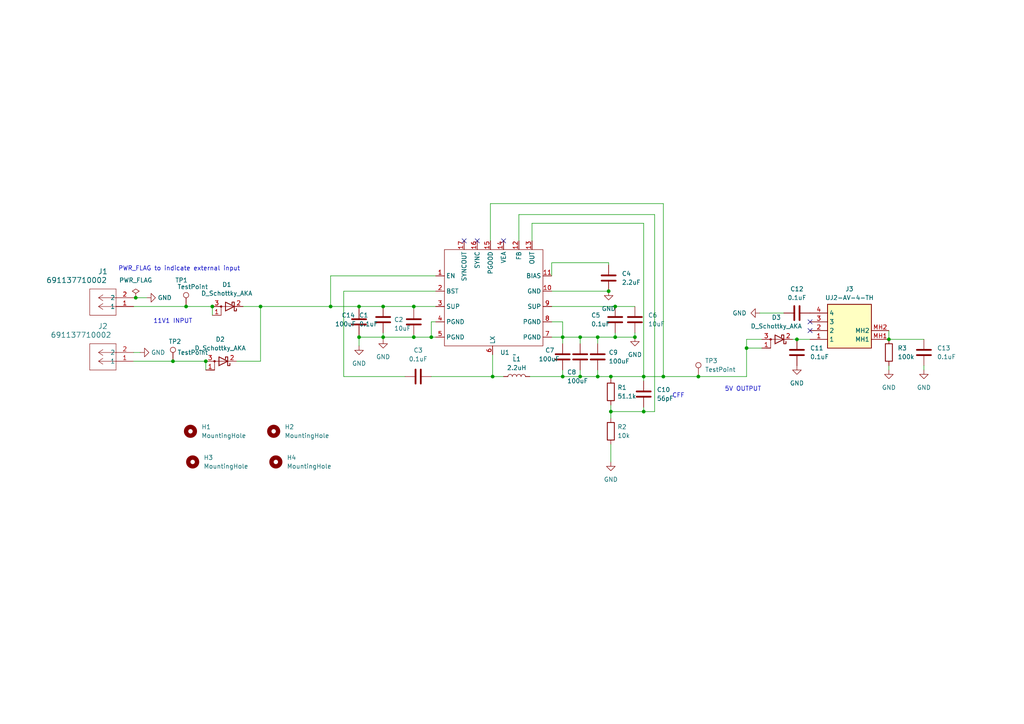
<source format=kicad_sch>
(kicad_sch (version 20230121) (generator eeschema)
  (paper "A4")
  (lib_symbols
    (symbol "Connector:TestPoint" (pin_numbers hide) (pin_names (offset 0.762) hide)
      (property "Reference" "TP" (at 0 6.858 0))
      (property "Value" "TestPoint" (at 0 5.08 0))
      (symbol "TestPoint_0_1"
        (circle (center 0 3.302) (radius 0.762))
      )
      (symbol "TestPoint_1_1"
        (pin passive line (at 0 0 90) (length 2.54) (name "1") (number "1"))
      )
    )
    (symbol "Device:C" (pin_numbers hide) (pin_names (offset 0.254))
      (property "Reference" "C" (at 0.635 2.54 0))
      (property "Value" "C" (at 0.635 -2.54 0))
      (symbol "C_0_1"
        (polyline (pts (xy -2.032 -0.762) (xy 2.032 -0.762)) (stroke (width 0.508)))
        (polyline (pts (xy -2.032 0.762) (xy 2.032 0.762)) (stroke (width 0.508)))
      )
      (symbol "C_1_1"
        (pin passive line (at 0 3.81 270) (length 2.794) (name "~") (number "1"))
        (pin passive line (at 0 -3.81 90) (length 2.794) (name "~") (number "2"))
      )
    )
    (symbol "Device:D_Schottky_AKA" (pin_names (offset 0) hide)
      (property "Reference" "D" (at 0 2.54 0))
      (property "Value" "D_Schottky_AKA" (at 0 -2.54 0))
      (symbol "D_Schottky_AKA_0_1"
        (polyline (pts (xy 1.27 1.27) (xy 1.27 -1.27) (xy -1.27 0) (xy 1.27 1.27)) (stroke (width 0.254)))
        (polyline (pts (xy 3.81 2.54) (xy 2.54 2.54) (xy 2.54 0) (xy -1.27 0)))
        (polyline (pts (xy -1.905 0.635) (xy -1.905 1.27) (xy -1.27 1.27) (xy -1.27 -1.27) (xy -0.635 -1.27) (xy -0.635 -0.635)) (stroke (width 0.254)))
        (circle (center 2.54 0) (radius 0.254) (fill (type outline)))
      )
      (symbol "D_Schottky_AKA_1_1"
        (pin passive line (at 5.08 2.54 180) (length 2.54) (name "A") (number "1"))
        (pin passive line (at -3.81 0 0) (length 2.54) (name "K") (number "2"))
        (pin passive line (at 5.08 0 180) (length 2.54) (name "A") (number "3"))
      )
    )
    (symbol "Device:L" (pin_numbers hide) (pin_names (offset 1.016) hide)
      (property "Reference" "L" (at -1.27 0 90))
      (property "Value" "L" (at 1.905 0 90))
      (symbol "L_0_1"
        (arc (start 0 -2.54) (mid 0.6323 -1.905) (end 0 -1.27))
        (arc (start 0 -1.27) (mid 0.6323 -0.635) (end 0 0))
        (arc (start 0 0) (mid 0.6323 0.635) (end 0 1.27))
        (arc (start 0 1.27) (mid 0.6323 1.905) (end 0 2.54))
      )
      (symbol "L_1_1"
        (pin passive line (at 0 3.81 270) (length 1.27) (name "1") (number "1"))
        (pin passive line (at 0 -3.81 90) (length 1.27) (name "2") (number "2"))
      )
    )
    (symbol "Device:R" (pin_numbers hide) (pin_names (offset 0))
      (property "Reference" "R" (at 2.032 0 90))
      (property "Value" "R" (at 0 0 90))
      (symbol "R_0_1"
        (rectangle (start -1.016 -2.54) (end 1.016 2.54) (stroke (width 0.254)))
      )
      (symbol "R_1_1"
        (pin passive line (at 0 3.81 270) (length 1.27) (name "~") (number "1"))
        (pin passive line (at 0 -3.81 90) (length 1.27) (name "~") (number "2"))
      )
    )
    (symbol "Mechanical:MountingHole" (pin_names (offset 1.016))
      (property "Reference" "H" (at 0 5.08 0))
      (property "Value" "MountingHole" (at 0 3.175 0))
      (symbol "MountingHole_0_1"
        (circle (center 0 0) (radius 1.27) (stroke (width 1.27)))
      )
    )
    (symbol "buck_lib:691137710002" (pin_names (offset 0.254))
      (property "Reference" "J" (at 8.89 6.35 0))
      (property "Value" "691137710002" (at 0 0 0))
      (symbol "691137710002_0_1"
        (polyline (pts (xy 5.08 -5.08) (xy 12.7 -5.08)) (stroke (width 0.127)))
        (polyline (pts (xy 5.08 2.54) (xy 5.08 -5.08)) (stroke (width 0.127)))
        (polyline (pts (xy 10.16 -2.54) (xy 5.08 -2.54)) (stroke (width 0.127)))
        (polyline (pts (xy 10.16 -2.54) (xy 8.89 -3.3867)) (stroke (width 0.127)))
        (polyline (pts (xy 10.16 -2.54) (xy 8.89 -1.6933)) (stroke (width 0.127)))
        (polyline (pts (xy 10.16 0) (xy 5.08 0)) (stroke (width 0.127)))
        (polyline (pts (xy 10.16 0) (xy 8.89 -0.8467)) (stroke (width 0.127)))
        (polyline (pts (xy 10.16 0) (xy 8.89 0.8467)) (stroke (width 0.127)))
        (polyline (pts (xy 12.7 -5.08) (xy 12.7 2.54)) (stroke (width 0.127)))
        (polyline (pts (xy 12.7 2.54) (xy 5.08 2.54)) (stroke (width 0.127)))
        (pin unspecified line (at 0 0 0) (length 5.08) (name "1") (number "1"))
        (pin unspecified line (at 0 -2.54 0) (length 5.08) (name "2") (number "2"))
      )
    )
    (symbol "buck_lib:MAX42408"
      (property "Reference" "U1" (at 0.9241 -1.905 0))
      (property "Value" "~" (at 5.08 -2.54 0))
      (symbol "MAX42408_0_1"
        (rectangle (start -15.24 27.94) (end 13.335 0))
      )
      (symbol "MAX42408_1_1"
        (pin input line (at -17.78 20.32 0) (length 2.54) (name "EN") (number "1"))
        (pin input line (at 15.875 15.875 180) (length 2.54) (name "GND") (number "10"))
        (pin output line (at 15.875 20.32 180) (length 2.54) (name "BIAS") (number "11"))
        (pin input line (at 6.35 30.48 270) (length 2.54) (name "FB") (number "12"))
        (pin output line (at 10.16 30.48 270) (length 2.54) (name "OUT") (number "13"))
        (pin bidirectional line (at 1.905 30.48 270) (length 2.54) (name "VEA") (number "14"))
        (pin bidirectional line (at -1.905 30.48 270) (length 2.54) (name "PGOOD") (number "15"))
        (pin input line (at -5.715 30.48 270) (length 2.54) (name "SYNC") (number "16"))
        (pin output line (at -9.525 30.48 270) (length 2.54) (name "SYNCOUT") (number "17"))
        (pin input line (at -17.78 15.875 0) (length 2.54) (name "BST") (number "2"))
        (pin input line (at -17.78 11.43 0) (length 2.54) (name "SUP") (number "3"))
        (pin input line (at -17.78 6.985 0) (length 2.54) (name "PGND") (number "4"))
        (pin input line (at -17.78 2.54 0) (length 2.54) (name "PGND") (number "5"))
        (pin input line (at -1.27 -2.54 90) (length 2.54) (name "LX") (number "6"))
        (pin input line (at 15.875 2.54 180) (length 2.54) (name "PGND") (number "7"))
        (pin input line (at 15.875 6.985 180) (length 2.54) (name "PGND") (number "8"))
        (pin input line (at 15.875 11.43 180) (length 2.54) (name "SUP") (number "9"))
      )
    )
    (symbol "buck_lib:UJ2-AV-4-TH"
      (property "Reference" "J" (at 19.05 7.62 0))
      (property "Value" "UJ2-AV-4-TH" (at 19.05 5.08 0))
      (symbol "UJ2-AV-4-TH_1_1"
        (rectangle (start 5.08 2.54) (end 17.78 -10.16) (stroke (width 0.254)) (fill (type background)))
        (pin passive line (at 22.86 0 180) (length 5.08) (name "1") (number "1"))
        (pin passive line (at 22.86 -2.54 180) (length 5.08) (name "2") (number "2"))
        (pin passive line (at 22.86 -5.08 180) (length 5.08) (name "3") (number "3"))
        (pin passive line (at 22.86 -7.62 180) (length 5.08) (name "4") (number "4"))
        (pin passive line (at 0 0 0) (length 5.08) (name "MH1") (number "MH1"))
        (pin passive line (at 0 -2.54 0) (length 5.08) (name "MH2") (number "MH2"))
      )
    )
    (symbol "power:GND" (power) (pin_names (offset 0))
      (property "Value" "GND" (at 0 -3.81 0))
      (symbol "GND_0_1"
        (polyline (pts (xy 0 0) (xy 0 -1.27) (xy 1.27 -1.27) (xy 0 -2.54) (xy -1.27 -1.27) (xy 0 -1.27)))
      )
      (symbol "GND_1_1"
        (pin power_in line (at 0 0 270) (length 0) hide (name "GND") (number "1"))
      )
    )
    (symbol "power:PWR_FLAG" (power) (pin_numbers hide) (pin_names (offset 0) hide)
      (property "Value" "PWR_FLAG" (at 0 3.81 0))
      (symbol "PWR_FLAG_0_0"
        (pin power_out line (at 0 0 90) (length 0) (name "pwr") (number "1"))
      )
      (symbol "PWR_FLAG_0_1"
        (polyline (pts (xy 0 0) (xy 0 1.27) (xy -1.016 1.905) (xy 0 2.54) (xy 1.016 1.905) (xy 0 1.27)))
      )
    )
  )
  (junction (at 178.435 88.9))
  (junction (at 177.165 119.38))
  (junction (at 176.53 84.455))
  (junction (at 173.355 109.22))
  (junction (at 111.125 97.79))
  (junction (at 168.275 97.79))
  (junction (at 177.165 109.22))
  (junction (at 173.355 97.79))
  (junction (at 75.565 88.9))
  (junction (at 50.165 104.775))
  (junction (at 111.125 88.9))
  (junction (at 95.885 88.9))
  (junction (at 186.69 119.38))
  (junction (at 186.69 109.22))
  (junction (at 163.195 97.79))
  (junction (at 163.195 109.22))
  (junction (at 120.015 88.9))
  (junction (at 142.875 109.22))
  (junction (at 216.535 100.965))
  (junction (at 104.14 97.79))
  (junction (at 120.015 97.79))
  (junction (at 104.14 88.9))
  (junction (at 192.405 109.22))
  (junction (at 168.275 109.22))
  (junction (at 39.37 86.36))
  (junction (at 178.435 97.79))
  (junction (at 59.69 104.775))
  (junction (at 61.595 88.9))
  (junction (at 202.565 109.22))
  (junction (at 184.15 97.79))
  (junction (at 125.095 97.79))
  (junction (at 231.14 98.425))
  (junction (at 257.81 98.425))
  (junction (at 53.975 88.9))
  (no_connect (at 234.95 95.885))
  (no_connect (at 138.43 69.85))
  (no_connect (at 234.95 93.345))
  (no_connect (at 146.05 69.85))
  (no_connect (at 134.62 69.85))
  (wire (pts (xy 160.02 88.9) (xy 178.435 88.9)))
  (wire (pts (xy 61.595 91.44) (xy 61.595 88.9)))
  (wire (pts (xy 168.275 109.22) (xy 173.355 109.22)))
  (wire (pts (xy 173.355 97.79) (xy 173.355 99.695)))
  (wire (pts (xy 104.14 100.33) (xy 104.14 97.79)))
  (wire (pts (xy 173.355 109.22) (xy 177.165 109.22)))
  (wire (pts (xy 120.015 97.155) (xy 120.015 97.79)))
  (wire (pts (xy 104.14 88.9) (xy 111.125 88.9)))
  (wire (pts (xy 177.165 119.38) (xy 186.69 119.38)))
  (wire (pts (xy 163.195 93.345) (xy 163.195 97.79)))
  (wire (pts (xy 126.365 97.79) (xy 125.095 97.79)))
  (wire (pts (xy 177.165 109.855) (xy 177.165 109.22)))
  (wire (pts (xy 59.69 104.775) (xy 59.69 107.315)))
  (wire (pts (xy 178.435 96.52) (xy 178.435 97.79)))
  (wire (pts (xy 146.05 109.22) (xy 142.875 109.22)))
  (wire (pts (xy 38.735 86.36) (xy 39.37 86.36)))
  (wire (pts (xy 189.865 62.23) (xy 189.865 119.38)))
  (wire (pts (xy 111.125 88.9) (xy 120.015 88.9)))
  (wire (pts (xy 163.195 107.315) (xy 163.195 109.22)))
  (wire (pts (xy 216.535 98.425) (xy 216.535 100.965)))
  (wire (pts (xy 186.69 118.11) (xy 186.69 119.38)))
  (wire (pts (xy 257.81 98.425) (xy 267.97 98.425)))
  (wire (pts (xy 163.195 97.79) (xy 168.275 97.79)))
  (wire (pts (xy 38.735 104.775) (xy 50.165 104.775)))
  (wire (pts (xy 120.015 88.9) (xy 126.365 88.9)))
  (wire (pts (xy 229.87 98.425) (xy 231.14 98.425)))
  (wire (pts (xy 160.02 93.345) (xy 163.195 93.345)))
  (wire (pts (xy 216.535 100.965) (xy 216.535 109.22)))
  (wire (pts (xy 154.305 64.77) (xy 154.305 69.85)))
  (wire (pts (xy 160.02 97.79) (xy 163.195 97.79)))
  (wire (pts (xy 68.58 104.775) (xy 75.565 104.775)))
  (wire (pts (xy 126.365 84.455) (xy 99.695 84.455)))
  (wire (pts (xy 177.165 119.38) (xy 177.165 121.285)))
  (wire (pts (xy 95.885 80.01) (xy 95.885 88.9)))
  (wire (pts (xy 95.885 80.01) (xy 126.365 80.01)))
  (wire (pts (xy 257.81 106.045) (xy 257.81 107.315)))
  (wire (pts (xy 216.535 100.965) (xy 220.98 100.965)))
  (wire (pts (xy 142.24 59.055) (xy 192.405 59.055)))
  (wire (pts (xy 168.275 97.79) (xy 173.355 97.79)))
  (wire (pts (xy 173.355 107.315) (xy 173.355 109.22)))
  (wire (pts (xy 160.02 80.01) (xy 160.02 76.2)))
  (wire (pts (xy 220.345 90.805) (xy 227.33 90.805)))
  (wire (pts (xy 216.535 98.425) (xy 220.98 98.425)))
  (wire (pts (xy 186.69 119.38) (xy 189.865 119.38)))
  (wire (pts (xy 186.69 109.22) (xy 192.405 109.22)))
  (wire (pts (xy 178.435 88.9) (xy 184.15 88.9)))
  (wire (pts (xy 160.02 84.455) (xy 176.53 84.455)))
  (wire (pts (xy 184.15 96.52) (xy 184.15 97.79)))
  (wire (pts (xy 104.14 89.535) (xy 104.14 88.9)))
  (wire (pts (xy 257.81 95.885) (xy 257.81 98.425)))
  (wire (pts (xy 186.69 64.77) (xy 154.305 64.77)))
  (wire (pts (xy 104.14 97.79) (xy 111.125 97.79)))
  (wire (pts (xy 160.02 76.2) (xy 176.53 76.2)))
  (wire (pts (xy 176.53 76.2) (xy 176.53 76.835)))
  (wire (pts (xy 111.125 96.52) (xy 111.125 97.79)))
  (wire (pts (xy 99.695 84.455) (xy 99.695 109.22)))
  (wire (pts (xy 192.405 59.055) (xy 192.405 109.22)))
  (wire (pts (xy 126.365 93.345) (xy 125.095 93.345)))
  (wire (pts (xy 192.405 109.22) (xy 202.565 109.22)))
  (wire (pts (xy 267.97 106.045) (xy 267.97 107.315)))
  (wire (pts (xy 39.37 86.36) (xy 42.545 86.36)))
  (wire (pts (xy 168.275 97.79) (xy 168.275 99.695)))
  (wire (pts (xy 125.095 109.22) (xy 142.875 109.22)))
  (wire (pts (xy 50.165 104.775) (xy 59.69 104.775)))
  (wire (pts (xy 38.735 102.235) (xy 40.64 102.235)))
  (wire (pts (xy 38.735 88.9) (xy 53.975 88.9)))
  (wire (pts (xy 178.435 97.79) (xy 184.15 97.79)))
  (wire (pts (xy 75.565 104.775) (xy 75.565 88.9)))
  (wire (pts (xy 186.69 109.22) (xy 186.69 110.49)))
  (wire (pts (xy 186.69 109.22) (xy 186.69 64.77)))
  (wire (pts (xy 120.015 97.79) (xy 111.125 97.79)))
  (wire (pts (xy 150.495 62.23) (xy 189.865 62.23)))
  (wire (pts (xy 104.14 97.79) (xy 104.14 97.155)))
  (wire (pts (xy 111.125 97.79) (xy 111.125 98.425)))
  (wire (pts (xy 75.565 88.9) (xy 95.885 88.9)))
  (wire (pts (xy 125.095 97.79) (xy 120.015 97.79)))
  (wire (pts (xy 168.275 107.315) (xy 168.275 109.22)))
  (wire (pts (xy 202.565 109.22) (xy 216.535 109.22)))
  (wire (pts (xy 153.67 109.22) (xy 163.195 109.22)))
  (wire (pts (xy 70.485 88.9) (xy 75.565 88.9)))
  (wire (pts (xy 173.355 97.79) (xy 178.435 97.79)))
  (wire (pts (xy 177.165 128.905) (xy 177.165 133.985)))
  (wire (pts (xy 163.195 109.22) (xy 168.275 109.22)))
  (wire (pts (xy 142.875 102.87) (xy 142.875 109.22)))
  (wire (pts (xy 99.695 109.22) (xy 117.475 109.22)))
  (wire (pts (xy 53.975 88.9) (xy 61.595 88.9)))
  (wire (pts (xy 163.195 99.695) (xy 163.195 97.79)))
  (wire (pts (xy 125.095 93.345) (xy 125.095 97.79)))
  (wire (pts (xy 120.015 89.535) (xy 120.015 88.9)))
  (wire (pts (xy 231.14 98.425) (xy 234.95 98.425)))
  (wire (pts (xy 95.885 88.9) (xy 104.14 88.9)))
  (wire (pts (xy 142.24 69.85) (xy 142.24 59.055)))
  (wire (pts (xy 177.165 109.22) (xy 186.69 109.22)))
  (wire (pts (xy 177.165 117.475) (xy 177.165 119.38)))
  (wire (pts (xy 150.495 62.23) (xy 150.495 69.85)))
  (text "5V OUTPUT" (at 210.185 113.665 0) (effects (font (size 1.27 1.27)) (justify left bottom)))
  (text "CFF" (at 194.945 115.57 0) (effects (font (size 1.27 1.27)) (justify left bottom)))
  (text "PWR_FLAG to indicate external input" (at 34.29 78.74 0) (effects (font (size 1.27 1.27)) (justify left bottom)))
  (text "11V1 INPUT" (at 44.45 93.98 0) (effects (font (size 1.27 1.27)) (justify left bottom)))
  (symbol (lib_id "power:GND") (at 104.14 100.33 0) (unit 1)
    (property "Reference" "#PWR011" (effects hide))
    (property "Value" "GND" (at 104.14 105.41 0))
  )
  (symbol (lib_id "Device:C") (at 231.14 102.235 0) (unit 1)
    (property "Reference" "C11" (at 234.95 100.965 0) (effects (justify left)))
    (property "Value" "0.1uF" (at 234.95 103.505 0) (effects (justify left)))
    (property "Footprint" "Capacitor_SMD:C_0603_1608Metric" (effects hide))
  )
  (symbol (lib_id "Device:C") (at 163.195 103.505 0) (unit 1)
    (property "Reference" "C7" (at 158.115 101.6 0) (effects (justify left)))
    (property "Value" "100uF" (at 156.21 104.14 0) (effects (justify left)))
    (property "Footprint" "Capacitor_SMD:C_1206_3216Metric" (effects hide))
  )
  (symbol (lib_id "Device:C") (at 104.14 93.345 0) (unit 1)
    (property "Reference" "C14" (at 99.06 91.44 0) (effects (justify left)))
    (property "Value" "100uF" (at 97.155 93.98 0) (effects (justify left)))
    (property "Footprint" "Capacitor_SMD:C_1206_3216Metric" (effects hide))
  )
  (symbol (lib_id "Device:R") (at 257.81 102.235 0) (unit 1)
    (property "Reference" "R3" (at 260.35 100.965 0) (effects (justify left)))
    (property "Value" "100k" (at 260.35 103.505 0) (effects (justify left)))
    (property "Footprint" "Resistor_SMD:R_0603_1608Metric" (effects hide))
  )
  (symbol (lib_id "power:GND") (at 257.81 107.315 0) (unit 1)
    (property "Reference" "#PWR07" (effects hide))
    (property "Value" "GND" (at 257.81 112.395 0))
  )
  (symbol (lib_id "Mechanical:MountingHole") (at 55.245 125.095 0) (unit 1)
    (property "Reference" "H1" (at 58.42 123.825 0) (effects (justify left)))
    (property "Value" "MountingHole" (at 58.42 126.365 0) (effects (justify left)))
    (property "Footprint" "MountingHole:MountingHole_2.2mm_M2" (effects hide))
  )
  (symbol (lib_id "Connector:TestPoint") (at 53.975 88.9 0) (unit 1)
    (property "Reference" "TP1" (at 50.8 81.28 0) (effects (justify left)))
    (property "Value" "TestPoint" (at 51.435 83.185 0) (effects (justify left)))
    (property "Footprint" "TestPoint:TestPoint_Pad_D1.0mm" (effects hide))
  )
  (symbol (lib_id "buck_lib:UJ2-AV-4-TH") (at 257.81 98.425 180) (unit 1)
    (property "Reference" "J3" (at 246.38 83.82 0))
    (property "Value" "UJ2-AV-4-TH" (at 246.38 86.36 0))
    (property "Footprint" "buck_lib:UJ2AV4TH" (effects hide))
    (property "Datasheet" "https://www.arrow.com/en/products/uj2-av-4-th/cui-devices" (effects hide))
    (property "Height" "15.2" (effects hide))
    (property "Mouser Part Number" "490-UJ2-AV-4-TH" (effects hide))
    (property "Mouser Price/Stock" "https://www.mouser.co.uk/ProductDetail/CUI-Devices/UJ2-AV-4-TH?qs=5mqXD9RfOg3q5Jwh%252Bg0lUQ%3D%3D" (effects hide))
    (property "Manufacturer_Name" "CUI Devices" (effects hide))
    (property "Manufacturer_Part_Number" "UJ2-AV-4-TH" (effects hide))
  )
  (symbol (lib_id "Connector:TestPoint") (at 50.165 104.775 0) (unit 1)
    (property "Reference" "TP2" (at 48.895 99.06 0) (effects (justify left)))
    (property "Value" "TestPoint" (at 51.435 102.235 0) (effects (justify left)))
    (property "Footprint" "TestPoint:TestPoint_Pad_D1.0mm" (effects hide))
  )
  (symbol (lib_id "power:PWR_FLAG") (at 39.37 86.36 0) (unit 1)
    (property "Reference" "#FLG01" (effects hide))
    (property "Value" "PWR_FLAG" (at 39.37 81.28 0))
  )
  (symbol (lib_id "Device:C") (at 111.125 92.71 0) (unit 1)
    (property "Reference" "C1" (at 104.14 91.44 0) (effects (justify left)))
    (property "Value" "0.1uF" (at 104.14 93.98 0) (effects (justify left)))
    (property "Footprint" "Capacitor_SMD:C_0603_1608Metric" (effects hide))
  )
  (symbol (lib_id "Device:R") (at 177.165 125.095 0) (unit 1)
    (property "Reference" "R2" (at 179.07 123.825 0) (effects (justify left)))
    (property "Value" "10k" (at 179.07 126.365 0) (effects (justify left)))
    (property "Footprint" "Resistor_SMD:R_0603_1608Metric" (effects hide))
  )
  (symbol (lib_id "Device:C") (at 186.69 114.3 0) (unit 1)
    (property "Reference" "C10" (at 190.5 113.03 0) (effects (justify left)))
    (property "Value" "56pF" (at 190.5 115.57 0) (effects (justify left)))
    (property "Footprint" "Capacitor_SMD:C_0201_0603Metric" (effects hide))
  )
  (symbol (lib_id "Device:D_Schottky_AKA") (at 226.06 98.425 180) (unit 1)
    (property "Reference" "D3" (at 225.171 92.075 0))
    (property "Value" "D_Schottky_AKA" (at 225.171 94.615 0))
    (property "Footprint" "buck_lib:DPAK228P990X239-4N" (effects hide))
  )
  (symbol (lib_id "power:GND") (at 184.15 97.79 0) (unit 1)
    (property "Reference" "#PWR02" (effects hide))
    (property "Value" "GND" (at 184.15 102.87 0))
  )
  (symbol (lib_id "Device:C") (at 120.015 93.345 0) (unit 1)
    (property "Reference" "C2" (at 114.3 92.71 0) (effects (justify left)))
    (property "Value" "10uF" (at 114.3 95.25 0) (effects (justify left)))
    (property "Footprint" "Capacitor_SMD:C_0603_1608Metric" (effects hide))
  )
  (symbol (lib_id "buck_lib:MAX42408") (at 144.145 100.33 0) (unit 1)
    (property "Reference" "U1" (at 145.0691 102.235 0) (effects (justify left)))
    (property "Value" "~" (at 149.225 102.87 0))
    (property "Footprint" "buck_lib:21-100700_90-100240_ADI" (effects hide))
  )
  (symbol (lib_id "power:GND") (at 40.64 102.235 90) (unit 1)
    (property "Reference" "#PWR05" (effects hide))
    (property "Value" "GND" (at 43.815 102.235 90) (effects (justify right)))
  )
  (symbol (lib_id "Device:R") (at 177.165 113.665 0) (unit 1)
    (property "Reference" "R1" (at 179.07 112.395 0) (effects (justify left)))
    (property "Value" "51.1k" (at 179.07 114.935 0) (effects (justify left)))
    (property "Footprint" "Resistor_SMD:R_0603_1608Metric" (effects hide))
  )
  (symbol (lib_id "buck_lib:691137710002") (at 38.735 88.9 180) (unit 1)
    (property "Reference" "J1" (at 29.845 78.74 0) (effects (font (size 1.524 1.524))))
    (property "Value" "691137710002" (at 22.225 81.28 0) (effects (font (size 1.524 1.524))))
    (property "Footprint" "buck_lib:CONN2_710002_WRE" (effects hide))
    (property "Datasheet" "691137710002" (effects hide))
  )
  (symbol (lib_id "power:GND") (at 177.165 133.985 0) (unit 1)
    (property "Reference" "#PWR03" (effects hide))
    (property "Value" "GND" (at 177.165 139.065 0))
  )
  (symbol (lib_id "Mechanical:MountingHole") (at 55.88 133.985 0) (unit 1)
    (property "Reference" "H3" (at 59.055 132.715 0) (effects (justify left)))
    (property "Value" "MountingHole" (at 59.055 135.255 0) (effects (justify left)))
    (property "Footprint" "MountingHole:MountingHole_2.2mm_M2" (effects hide))
  )
  (symbol (lib_id "Device:C") (at 231.14 90.805 90) (unit 1)
    (property "Reference" "C12" (at 231.14 83.82 90))
    (property "Value" "0.1uF" (at 231.14 86.36 90))
    (property "Footprint" "Capacitor_SMD:C_0603_1608Metric" (effects hide))
  )
  (symbol (lib_id "Device:C") (at 184.15 92.71 0) (unit 1)
    (property "Reference" "C6" (at 187.96 91.44 0) (effects (justify left)))
    (property "Value" "10uF" (at 187.96 93.98 0) (effects (justify left)))
    (property "Footprint" "Capacitor_SMD:C_0603_1608Metric" (effects hide))
  )
  (symbol (lib_id "power:GND") (at 176.53 84.455 0) (unit 1)
    (property "Reference" "#PWR01" (effects hide))
    (property "Value" "GND" (at 176.53 89.535 0))
  )
  (symbol (lib_id "Mechanical:MountingHole") (at 79.375 125.095 0) (unit 1)
    (property "Reference" "H2" (at 82.55 123.825 0) (effects (justify left)))
    (property "Value" "MountingHole" (at 82.55 126.365 0) (effects (justify left)))
    (property "Footprint" "MountingHole:MountingHole_2.2mm_M2" (effects hide))
  )
  (symbol (lib_id "buck_lib:691137710002") (at 38.735 104.775 180) (unit 1)
    (property "Reference" "J2" (at 29.845 94.615 0) (effects (font (size 1.524 1.524))))
    (property "Value" "691137710002" (at 23.495 97.155 0) (effects (font (size 1.524 1.524))))
    (property "Footprint" "buck_lib:CONN2_710002_WRE" (effects hide))
    (property "Datasheet" "691137710002" (effects hide))
  )
  (symbol (lib_id "Device:C") (at 168.275 103.505 0) (unit 1)
    (property "Reference" "C8" (at 164.465 107.95 0) (effects (justify left)))
    (property "Value" "100uF" (at 164.465 110.49 0) (effects (justify left)))
    (property "Footprint" "Capacitor_SMD:C_1206_3216Metric" (effects hide))
  )
  (symbol (lib_id "Device:D_Schottky_AKA") (at 64.77 104.775 180) (unit 1)
    (property "Reference" "D2" (at 63.881 98.425 0))
    (property "Value" "D_Schottky_AKA" (at 63.881 100.965 0))
    (property "Footprint" "buck_lib:DPAK228P990X239-4N" (effects hide))
  )
  (symbol (lib_id "Device:C") (at 178.435 92.71 0) (unit 1)
    (property "Reference" "C5" (at 171.45 91.44 0) (effects (justify left)))
    (property "Value" "0.1uF" (at 171.45 93.98 0) (effects (justify left)))
    (property "Footprint" "Capacitor_SMD:C_0603_1608Metric" (effects hide))
  )
  (symbol (lib_id "Device:C") (at 121.285 109.22 90) (unit 1)
    (property "Reference" "C3" (at 121.285 101.6 90))
    (property "Value" "0.1uF" (at 121.285 104.14 90))
    (property "Footprint" "Capacitor_SMD:C_0603_1608Metric" (effects hide))
  )
  (symbol (lib_id "power:GND") (at 220.345 90.805 270) (unit 1)
    (property "Reference" "#PWR06" (effects hide))
    (property "Value" "GND" (at 216.535 90.805 90) (effects (justify right)))
  )
  (symbol (lib_id "Device:L") (at 149.86 109.22 90) (unit 1)
    (property "Reference" "L1" (at 149.86 104.14 90))
    (property "Value" "2.2uH" (at 149.86 106.68 90))
    (property "Footprint" "Capacitor_SMD:C_0402_1005Metric" (effects hide))
  )
  (symbol (lib_id "power:GND") (at 267.97 107.315 0) (unit 1)
    (property "Reference" "#PWR08" (effects hide))
    (property "Value" "GND" (at 267.97 112.395 0))
  )
  (symbol (lib_id "Device:C") (at 173.355 103.505 0) (unit 1)
    (property "Reference" "C9" (at 176.53 102.235 0) (effects (justify left)))
    (property "Value" "100uF" (at 176.53 104.775 0) (effects (justify left)))
    (property "Footprint" "Capacitor_SMD:C_1206_3216Metric" (effects hide))
  )
  (symbol (lib_id "Connector:TestPoint") (at 202.565 109.22 0) (unit 1)
    (property "Reference" "TP3" (at 204.47 104.648 0) (effects (justify left)))
    (property "Value" "TestPoint" (at 204.47 107.188 0) (effects (justify left)))
    (property "Footprint" "TestPoint:TestPoint_Pad_D1.0mm" (effects hide))
  )
  (symbol (lib_id "Device:D_Schottky_AKA") (at 66.675 88.9 180) (unit 1)
    (property "Reference" "D1" (at 65.786 82.55 0))
    (property "Value" "D_Schottky_AKA" (at 65.786 85.09 0))
    (property "Footprint" "buck_lib:DPAK228P990X239-4N" (effects hide))
  )
  (symbol (lib_id "Mechanical:MountingHole") (at 80.01 133.985 0) (unit 1)
    (property "Reference" "H4" (at 83.185 132.715 0) (effects (justify left)))
    (property "Value" "MountingHole" (at 83.185 135.255 0) (effects (justify left)))
    (property "Footprint" "MountingHole:MountingHole_2.2mm_M2" (effects hide))
  )
  (symbol (lib_id "Device:C") (at 176.53 80.645 0) (unit 1)
    (property "Reference" "C4" (at 180.34 79.375 0) (effects (justify left)))
    (property "Value" "2.2uF" (at 180.34 81.915 0) (effects (justify left)))
    (property "Footprint" "Capacitor_SMD:C_0402_1005Metric" (effects hide))
  )
  (symbol (lib_id "power:GND") (at 42.545 86.36 90) (unit 1)
    (property "Reference" "#PWR010" (effects hide))
    (property "Value" "GND" (at 45.72 86.36 90) (effects (justify right)))
  )
  (symbol (lib_id "power:GND") (at 111.125 98.425 0) (unit 1)
    (property "Reference" "#PWR04" (effects hide))
    (property "Value" "GND" (at 111.125 103.505 0))
  )
  (symbol (lib_id "power:GND") (at 231.14 106.045 0) (unit 1)
    (property "Reference" "#PWR09" (effects hide))
    (property "Value" "GND" (at 231.14 111.125 0))
  )
  (symbol (lib_id "Device:C") (at 267.97 102.235 0) (unit 1)
    (property "Reference" "C13" (at 271.78 100.965 0) (effects (justify left)))
    (property "Value" "0.1uF" (at 271.78 103.505 0) (effects (justify left)))
    (property "Footprint" "Capacitor_SMD:C_0603_1608Metric" (effects hide))
  )
)
</source>
